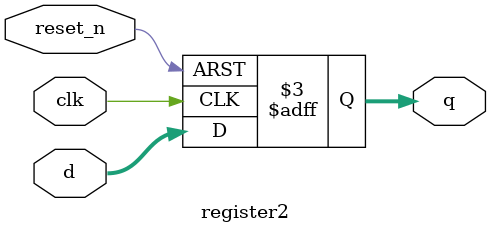
<source format=v>
module register2(clk,reset_n,d,q);
	input clk,reset_n;
	input [1:0] d;
	output reg [1:0] q;
	
	always@(posedge clk or negedge reset_n) begin
		if(reset_n == 1'b0)
			q <= 2'b00;
		else
			q <= d;
	end
endmodule
</source>
